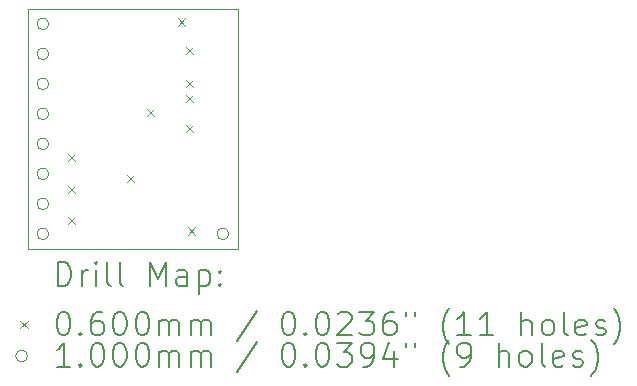
<source format=gbr>
%TF.GenerationSoftware,KiCad,Pcbnew,(6.0.8)*%
%TF.CreationDate,2022-11-06T23:41:42+01:00*%
%TF.ProjectId,17_CAN_Controller,31375f43-414e-45f4-936f-6e74726f6c6c,rev?*%
%TF.SameCoordinates,Original*%
%TF.FileFunction,Drillmap*%
%TF.FilePolarity,Positive*%
%FSLAX45Y45*%
G04 Gerber Fmt 4.5, Leading zero omitted, Abs format (unit mm)*
G04 Created by KiCad (PCBNEW (6.0.8)) date 2022-11-06 23:41:42*
%MOMM*%
%LPD*%
G01*
G04 APERTURE LIST*
%ADD10C,0.050000*%
%ADD11C,0.200000*%
%ADD12C,0.060000*%
%ADD13C,0.100000*%
G04 APERTURE END LIST*
D10*
X10287000Y-8255000D02*
X12065000Y-8255000D01*
X10287000Y-6223000D02*
X12065000Y-6223000D01*
X10287000Y-8255000D02*
X10287000Y-6223000D01*
X12065000Y-6223000D02*
X12065000Y-8255000D01*
D11*
D12*
X10624000Y-7454000D02*
X10684000Y-7514000D01*
X10684000Y-7454000D02*
X10624000Y-7514000D01*
X10624000Y-7724000D02*
X10684000Y-7784000D01*
X10684000Y-7724000D02*
X10624000Y-7784000D01*
X10624000Y-7984000D02*
X10684000Y-8044000D01*
X10684000Y-7984000D02*
X10624000Y-8044000D01*
X11129000Y-7629000D02*
X11189000Y-7689000D01*
X11189000Y-7629000D02*
X11129000Y-7689000D01*
X11294000Y-7074000D02*
X11354000Y-7134000D01*
X11354000Y-7074000D02*
X11294000Y-7134000D01*
X11554000Y-6304000D02*
X11614000Y-6364000D01*
X11614000Y-6304000D02*
X11554000Y-6364000D01*
X11624000Y-6544000D02*
X11684000Y-6604000D01*
X11684000Y-6544000D02*
X11624000Y-6604000D01*
X11624000Y-6824000D02*
X11684000Y-6884000D01*
X11684000Y-6824000D02*
X11624000Y-6884000D01*
X11624000Y-6954000D02*
X11684000Y-7014000D01*
X11684000Y-6954000D02*
X11624000Y-7014000D01*
X11624000Y-7204000D02*
X11684000Y-7264000D01*
X11684000Y-7204000D02*
X11624000Y-7264000D01*
X11644000Y-8074000D02*
X11704000Y-8134000D01*
X11704000Y-8074000D02*
X11644000Y-8134000D01*
D13*
X10464000Y-6350000D02*
G75*
G03*
X10464000Y-6350000I-50000J0D01*
G01*
X10464000Y-6604000D02*
G75*
G03*
X10464000Y-6604000I-50000J0D01*
G01*
X10464000Y-6858000D02*
G75*
G03*
X10464000Y-6858000I-50000J0D01*
G01*
X10464000Y-7112000D02*
G75*
G03*
X10464000Y-7112000I-50000J0D01*
G01*
X10464000Y-7366000D02*
G75*
G03*
X10464000Y-7366000I-50000J0D01*
G01*
X10464000Y-7620000D02*
G75*
G03*
X10464000Y-7620000I-50000J0D01*
G01*
X10464000Y-7874000D02*
G75*
G03*
X10464000Y-7874000I-50000J0D01*
G01*
X10464000Y-8128000D02*
G75*
G03*
X10464000Y-8128000I-50000J0D01*
G01*
X11988000Y-8128000D02*
G75*
G03*
X11988000Y-8128000I-50000J0D01*
G01*
D11*
X10542119Y-8567976D02*
X10542119Y-8367976D01*
X10589738Y-8367976D01*
X10618310Y-8377500D01*
X10637357Y-8396548D01*
X10646881Y-8415595D01*
X10656405Y-8453690D01*
X10656405Y-8482262D01*
X10646881Y-8520357D01*
X10637357Y-8539405D01*
X10618310Y-8558452D01*
X10589738Y-8567976D01*
X10542119Y-8567976D01*
X10742119Y-8567976D02*
X10742119Y-8434643D01*
X10742119Y-8472738D02*
X10751643Y-8453690D01*
X10761167Y-8444167D01*
X10780214Y-8434643D01*
X10799262Y-8434643D01*
X10865929Y-8567976D02*
X10865929Y-8434643D01*
X10865929Y-8367976D02*
X10856405Y-8377500D01*
X10865929Y-8387024D01*
X10875452Y-8377500D01*
X10865929Y-8367976D01*
X10865929Y-8387024D01*
X10989738Y-8567976D02*
X10970690Y-8558452D01*
X10961167Y-8539405D01*
X10961167Y-8367976D01*
X11094500Y-8567976D02*
X11075452Y-8558452D01*
X11065929Y-8539405D01*
X11065929Y-8367976D01*
X11323071Y-8567976D02*
X11323071Y-8367976D01*
X11389738Y-8510833D01*
X11456405Y-8367976D01*
X11456405Y-8567976D01*
X11637357Y-8567976D02*
X11637357Y-8463214D01*
X11627833Y-8444167D01*
X11608786Y-8434643D01*
X11570690Y-8434643D01*
X11551643Y-8444167D01*
X11637357Y-8558452D02*
X11618309Y-8567976D01*
X11570690Y-8567976D01*
X11551643Y-8558452D01*
X11542119Y-8539405D01*
X11542119Y-8520357D01*
X11551643Y-8501310D01*
X11570690Y-8491786D01*
X11618309Y-8491786D01*
X11637357Y-8482262D01*
X11732595Y-8434643D02*
X11732595Y-8634643D01*
X11732595Y-8444167D02*
X11751643Y-8434643D01*
X11789738Y-8434643D01*
X11808786Y-8444167D01*
X11818309Y-8453690D01*
X11827833Y-8472738D01*
X11827833Y-8529881D01*
X11818309Y-8548929D01*
X11808786Y-8558452D01*
X11789738Y-8567976D01*
X11751643Y-8567976D01*
X11732595Y-8558452D01*
X11913548Y-8548929D02*
X11923071Y-8558452D01*
X11913548Y-8567976D01*
X11904024Y-8558452D01*
X11913548Y-8548929D01*
X11913548Y-8567976D01*
X11913548Y-8444167D02*
X11923071Y-8453690D01*
X11913548Y-8463214D01*
X11904024Y-8453690D01*
X11913548Y-8444167D01*
X11913548Y-8463214D01*
D12*
X10224500Y-8867500D02*
X10284500Y-8927500D01*
X10284500Y-8867500D02*
X10224500Y-8927500D01*
D11*
X10580214Y-8787976D02*
X10599262Y-8787976D01*
X10618310Y-8797500D01*
X10627833Y-8807024D01*
X10637357Y-8826071D01*
X10646881Y-8864167D01*
X10646881Y-8911786D01*
X10637357Y-8949881D01*
X10627833Y-8968929D01*
X10618310Y-8978452D01*
X10599262Y-8987976D01*
X10580214Y-8987976D01*
X10561167Y-8978452D01*
X10551643Y-8968929D01*
X10542119Y-8949881D01*
X10532595Y-8911786D01*
X10532595Y-8864167D01*
X10542119Y-8826071D01*
X10551643Y-8807024D01*
X10561167Y-8797500D01*
X10580214Y-8787976D01*
X10732595Y-8968929D02*
X10742119Y-8978452D01*
X10732595Y-8987976D01*
X10723071Y-8978452D01*
X10732595Y-8968929D01*
X10732595Y-8987976D01*
X10913548Y-8787976D02*
X10875452Y-8787976D01*
X10856405Y-8797500D01*
X10846881Y-8807024D01*
X10827833Y-8835595D01*
X10818310Y-8873690D01*
X10818310Y-8949881D01*
X10827833Y-8968929D01*
X10837357Y-8978452D01*
X10856405Y-8987976D01*
X10894500Y-8987976D01*
X10913548Y-8978452D01*
X10923071Y-8968929D01*
X10932595Y-8949881D01*
X10932595Y-8902262D01*
X10923071Y-8883214D01*
X10913548Y-8873690D01*
X10894500Y-8864167D01*
X10856405Y-8864167D01*
X10837357Y-8873690D01*
X10827833Y-8883214D01*
X10818310Y-8902262D01*
X11056405Y-8787976D02*
X11075452Y-8787976D01*
X11094500Y-8797500D01*
X11104024Y-8807024D01*
X11113548Y-8826071D01*
X11123071Y-8864167D01*
X11123071Y-8911786D01*
X11113548Y-8949881D01*
X11104024Y-8968929D01*
X11094500Y-8978452D01*
X11075452Y-8987976D01*
X11056405Y-8987976D01*
X11037357Y-8978452D01*
X11027833Y-8968929D01*
X11018310Y-8949881D01*
X11008786Y-8911786D01*
X11008786Y-8864167D01*
X11018310Y-8826071D01*
X11027833Y-8807024D01*
X11037357Y-8797500D01*
X11056405Y-8787976D01*
X11246881Y-8787976D02*
X11265928Y-8787976D01*
X11284976Y-8797500D01*
X11294500Y-8807024D01*
X11304024Y-8826071D01*
X11313548Y-8864167D01*
X11313548Y-8911786D01*
X11304024Y-8949881D01*
X11294500Y-8968929D01*
X11284976Y-8978452D01*
X11265928Y-8987976D01*
X11246881Y-8987976D01*
X11227833Y-8978452D01*
X11218309Y-8968929D01*
X11208786Y-8949881D01*
X11199262Y-8911786D01*
X11199262Y-8864167D01*
X11208786Y-8826071D01*
X11218309Y-8807024D01*
X11227833Y-8797500D01*
X11246881Y-8787976D01*
X11399262Y-8987976D02*
X11399262Y-8854643D01*
X11399262Y-8873690D02*
X11408786Y-8864167D01*
X11427833Y-8854643D01*
X11456405Y-8854643D01*
X11475452Y-8864167D01*
X11484976Y-8883214D01*
X11484976Y-8987976D01*
X11484976Y-8883214D02*
X11494500Y-8864167D01*
X11513548Y-8854643D01*
X11542119Y-8854643D01*
X11561167Y-8864167D01*
X11570690Y-8883214D01*
X11570690Y-8987976D01*
X11665928Y-8987976D02*
X11665928Y-8854643D01*
X11665928Y-8873690D02*
X11675452Y-8864167D01*
X11694500Y-8854643D01*
X11723071Y-8854643D01*
X11742119Y-8864167D01*
X11751643Y-8883214D01*
X11751643Y-8987976D01*
X11751643Y-8883214D02*
X11761167Y-8864167D01*
X11780214Y-8854643D01*
X11808786Y-8854643D01*
X11827833Y-8864167D01*
X11837357Y-8883214D01*
X11837357Y-8987976D01*
X12227833Y-8778452D02*
X12056405Y-9035595D01*
X12484976Y-8787976D02*
X12504024Y-8787976D01*
X12523071Y-8797500D01*
X12532595Y-8807024D01*
X12542119Y-8826071D01*
X12551643Y-8864167D01*
X12551643Y-8911786D01*
X12542119Y-8949881D01*
X12532595Y-8968929D01*
X12523071Y-8978452D01*
X12504024Y-8987976D01*
X12484976Y-8987976D01*
X12465928Y-8978452D01*
X12456405Y-8968929D01*
X12446881Y-8949881D01*
X12437357Y-8911786D01*
X12437357Y-8864167D01*
X12446881Y-8826071D01*
X12456405Y-8807024D01*
X12465928Y-8797500D01*
X12484976Y-8787976D01*
X12637357Y-8968929D02*
X12646881Y-8978452D01*
X12637357Y-8987976D01*
X12627833Y-8978452D01*
X12637357Y-8968929D01*
X12637357Y-8987976D01*
X12770690Y-8787976D02*
X12789738Y-8787976D01*
X12808786Y-8797500D01*
X12818309Y-8807024D01*
X12827833Y-8826071D01*
X12837357Y-8864167D01*
X12837357Y-8911786D01*
X12827833Y-8949881D01*
X12818309Y-8968929D01*
X12808786Y-8978452D01*
X12789738Y-8987976D01*
X12770690Y-8987976D01*
X12751643Y-8978452D01*
X12742119Y-8968929D01*
X12732595Y-8949881D01*
X12723071Y-8911786D01*
X12723071Y-8864167D01*
X12732595Y-8826071D01*
X12742119Y-8807024D01*
X12751643Y-8797500D01*
X12770690Y-8787976D01*
X12913548Y-8807024D02*
X12923071Y-8797500D01*
X12942119Y-8787976D01*
X12989738Y-8787976D01*
X13008786Y-8797500D01*
X13018309Y-8807024D01*
X13027833Y-8826071D01*
X13027833Y-8845119D01*
X13018309Y-8873690D01*
X12904024Y-8987976D01*
X13027833Y-8987976D01*
X13094500Y-8787976D02*
X13218309Y-8787976D01*
X13151643Y-8864167D01*
X13180214Y-8864167D01*
X13199262Y-8873690D01*
X13208786Y-8883214D01*
X13218309Y-8902262D01*
X13218309Y-8949881D01*
X13208786Y-8968929D01*
X13199262Y-8978452D01*
X13180214Y-8987976D01*
X13123071Y-8987976D01*
X13104024Y-8978452D01*
X13094500Y-8968929D01*
X13389738Y-8787976D02*
X13351643Y-8787976D01*
X13332595Y-8797500D01*
X13323071Y-8807024D01*
X13304024Y-8835595D01*
X13294500Y-8873690D01*
X13294500Y-8949881D01*
X13304024Y-8968929D01*
X13313548Y-8978452D01*
X13332595Y-8987976D01*
X13370690Y-8987976D01*
X13389738Y-8978452D01*
X13399262Y-8968929D01*
X13408786Y-8949881D01*
X13408786Y-8902262D01*
X13399262Y-8883214D01*
X13389738Y-8873690D01*
X13370690Y-8864167D01*
X13332595Y-8864167D01*
X13313548Y-8873690D01*
X13304024Y-8883214D01*
X13294500Y-8902262D01*
X13484976Y-8787976D02*
X13484976Y-8826071D01*
X13561167Y-8787976D02*
X13561167Y-8826071D01*
X13856405Y-9064167D02*
X13846881Y-9054643D01*
X13827833Y-9026071D01*
X13818309Y-9007024D01*
X13808786Y-8978452D01*
X13799262Y-8930833D01*
X13799262Y-8892738D01*
X13808786Y-8845119D01*
X13818309Y-8816548D01*
X13827833Y-8797500D01*
X13846881Y-8768929D01*
X13856405Y-8759405D01*
X14037357Y-8987976D02*
X13923071Y-8987976D01*
X13980214Y-8987976D02*
X13980214Y-8787976D01*
X13961167Y-8816548D01*
X13942119Y-8835595D01*
X13923071Y-8845119D01*
X14227833Y-8987976D02*
X14113548Y-8987976D01*
X14170690Y-8987976D02*
X14170690Y-8787976D01*
X14151643Y-8816548D01*
X14132595Y-8835595D01*
X14113548Y-8845119D01*
X14465928Y-8987976D02*
X14465928Y-8787976D01*
X14551643Y-8987976D02*
X14551643Y-8883214D01*
X14542119Y-8864167D01*
X14523071Y-8854643D01*
X14494500Y-8854643D01*
X14475452Y-8864167D01*
X14465928Y-8873690D01*
X14675452Y-8987976D02*
X14656405Y-8978452D01*
X14646881Y-8968929D01*
X14637357Y-8949881D01*
X14637357Y-8892738D01*
X14646881Y-8873690D01*
X14656405Y-8864167D01*
X14675452Y-8854643D01*
X14704024Y-8854643D01*
X14723071Y-8864167D01*
X14732595Y-8873690D01*
X14742119Y-8892738D01*
X14742119Y-8949881D01*
X14732595Y-8968929D01*
X14723071Y-8978452D01*
X14704024Y-8987976D01*
X14675452Y-8987976D01*
X14856405Y-8987976D02*
X14837357Y-8978452D01*
X14827833Y-8959405D01*
X14827833Y-8787976D01*
X15008786Y-8978452D02*
X14989738Y-8987976D01*
X14951643Y-8987976D01*
X14932595Y-8978452D01*
X14923071Y-8959405D01*
X14923071Y-8883214D01*
X14932595Y-8864167D01*
X14951643Y-8854643D01*
X14989738Y-8854643D01*
X15008786Y-8864167D01*
X15018309Y-8883214D01*
X15018309Y-8902262D01*
X14923071Y-8921310D01*
X15094500Y-8978452D02*
X15113548Y-8987976D01*
X15151643Y-8987976D01*
X15170690Y-8978452D01*
X15180214Y-8959405D01*
X15180214Y-8949881D01*
X15170690Y-8930833D01*
X15151643Y-8921310D01*
X15123071Y-8921310D01*
X15104024Y-8911786D01*
X15094500Y-8892738D01*
X15094500Y-8883214D01*
X15104024Y-8864167D01*
X15123071Y-8854643D01*
X15151643Y-8854643D01*
X15170690Y-8864167D01*
X15246881Y-9064167D02*
X15256405Y-9054643D01*
X15275452Y-9026071D01*
X15284976Y-9007024D01*
X15294500Y-8978452D01*
X15304024Y-8930833D01*
X15304024Y-8892738D01*
X15294500Y-8845119D01*
X15284976Y-8816548D01*
X15275452Y-8797500D01*
X15256405Y-8768929D01*
X15246881Y-8759405D01*
D13*
X10284500Y-9161500D02*
G75*
G03*
X10284500Y-9161500I-50000J0D01*
G01*
D11*
X10646881Y-9251976D02*
X10532595Y-9251976D01*
X10589738Y-9251976D02*
X10589738Y-9051976D01*
X10570690Y-9080548D01*
X10551643Y-9099595D01*
X10532595Y-9109119D01*
X10732595Y-9232929D02*
X10742119Y-9242452D01*
X10732595Y-9251976D01*
X10723071Y-9242452D01*
X10732595Y-9232929D01*
X10732595Y-9251976D01*
X10865929Y-9051976D02*
X10884976Y-9051976D01*
X10904024Y-9061500D01*
X10913548Y-9071024D01*
X10923071Y-9090071D01*
X10932595Y-9128167D01*
X10932595Y-9175786D01*
X10923071Y-9213881D01*
X10913548Y-9232929D01*
X10904024Y-9242452D01*
X10884976Y-9251976D01*
X10865929Y-9251976D01*
X10846881Y-9242452D01*
X10837357Y-9232929D01*
X10827833Y-9213881D01*
X10818310Y-9175786D01*
X10818310Y-9128167D01*
X10827833Y-9090071D01*
X10837357Y-9071024D01*
X10846881Y-9061500D01*
X10865929Y-9051976D01*
X11056405Y-9051976D02*
X11075452Y-9051976D01*
X11094500Y-9061500D01*
X11104024Y-9071024D01*
X11113548Y-9090071D01*
X11123071Y-9128167D01*
X11123071Y-9175786D01*
X11113548Y-9213881D01*
X11104024Y-9232929D01*
X11094500Y-9242452D01*
X11075452Y-9251976D01*
X11056405Y-9251976D01*
X11037357Y-9242452D01*
X11027833Y-9232929D01*
X11018310Y-9213881D01*
X11008786Y-9175786D01*
X11008786Y-9128167D01*
X11018310Y-9090071D01*
X11027833Y-9071024D01*
X11037357Y-9061500D01*
X11056405Y-9051976D01*
X11246881Y-9051976D02*
X11265928Y-9051976D01*
X11284976Y-9061500D01*
X11294500Y-9071024D01*
X11304024Y-9090071D01*
X11313548Y-9128167D01*
X11313548Y-9175786D01*
X11304024Y-9213881D01*
X11294500Y-9232929D01*
X11284976Y-9242452D01*
X11265928Y-9251976D01*
X11246881Y-9251976D01*
X11227833Y-9242452D01*
X11218309Y-9232929D01*
X11208786Y-9213881D01*
X11199262Y-9175786D01*
X11199262Y-9128167D01*
X11208786Y-9090071D01*
X11218309Y-9071024D01*
X11227833Y-9061500D01*
X11246881Y-9051976D01*
X11399262Y-9251976D02*
X11399262Y-9118643D01*
X11399262Y-9137690D02*
X11408786Y-9128167D01*
X11427833Y-9118643D01*
X11456405Y-9118643D01*
X11475452Y-9128167D01*
X11484976Y-9147214D01*
X11484976Y-9251976D01*
X11484976Y-9147214D02*
X11494500Y-9128167D01*
X11513548Y-9118643D01*
X11542119Y-9118643D01*
X11561167Y-9128167D01*
X11570690Y-9147214D01*
X11570690Y-9251976D01*
X11665928Y-9251976D02*
X11665928Y-9118643D01*
X11665928Y-9137690D02*
X11675452Y-9128167D01*
X11694500Y-9118643D01*
X11723071Y-9118643D01*
X11742119Y-9128167D01*
X11751643Y-9147214D01*
X11751643Y-9251976D01*
X11751643Y-9147214D02*
X11761167Y-9128167D01*
X11780214Y-9118643D01*
X11808786Y-9118643D01*
X11827833Y-9128167D01*
X11837357Y-9147214D01*
X11837357Y-9251976D01*
X12227833Y-9042452D02*
X12056405Y-9299595D01*
X12484976Y-9051976D02*
X12504024Y-9051976D01*
X12523071Y-9061500D01*
X12532595Y-9071024D01*
X12542119Y-9090071D01*
X12551643Y-9128167D01*
X12551643Y-9175786D01*
X12542119Y-9213881D01*
X12532595Y-9232929D01*
X12523071Y-9242452D01*
X12504024Y-9251976D01*
X12484976Y-9251976D01*
X12465928Y-9242452D01*
X12456405Y-9232929D01*
X12446881Y-9213881D01*
X12437357Y-9175786D01*
X12437357Y-9128167D01*
X12446881Y-9090071D01*
X12456405Y-9071024D01*
X12465928Y-9061500D01*
X12484976Y-9051976D01*
X12637357Y-9232929D02*
X12646881Y-9242452D01*
X12637357Y-9251976D01*
X12627833Y-9242452D01*
X12637357Y-9232929D01*
X12637357Y-9251976D01*
X12770690Y-9051976D02*
X12789738Y-9051976D01*
X12808786Y-9061500D01*
X12818309Y-9071024D01*
X12827833Y-9090071D01*
X12837357Y-9128167D01*
X12837357Y-9175786D01*
X12827833Y-9213881D01*
X12818309Y-9232929D01*
X12808786Y-9242452D01*
X12789738Y-9251976D01*
X12770690Y-9251976D01*
X12751643Y-9242452D01*
X12742119Y-9232929D01*
X12732595Y-9213881D01*
X12723071Y-9175786D01*
X12723071Y-9128167D01*
X12732595Y-9090071D01*
X12742119Y-9071024D01*
X12751643Y-9061500D01*
X12770690Y-9051976D01*
X12904024Y-9051976D02*
X13027833Y-9051976D01*
X12961167Y-9128167D01*
X12989738Y-9128167D01*
X13008786Y-9137690D01*
X13018309Y-9147214D01*
X13027833Y-9166262D01*
X13027833Y-9213881D01*
X13018309Y-9232929D01*
X13008786Y-9242452D01*
X12989738Y-9251976D01*
X12932595Y-9251976D01*
X12913548Y-9242452D01*
X12904024Y-9232929D01*
X13123071Y-9251976D02*
X13161167Y-9251976D01*
X13180214Y-9242452D01*
X13189738Y-9232929D01*
X13208786Y-9204357D01*
X13218309Y-9166262D01*
X13218309Y-9090071D01*
X13208786Y-9071024D01*
X13199262Y-9061500D01*
X13180214Y-9051976D01*
X13142119Y-9051976D01*
X13123071Y-9061500D01*
X13113548Y-9071024D01*
X13104024Y-9090071D01*
X13104024Y-9137690D01*
X13113548Y-9156738D01*
X13123071Y-9166262D01*
X13142119Y-9175786D01*
X13180214Y-9175786D01*
X13199262Y-9166262D01*
X13208786Y-9156738D01*
X13218309Y-9137690D01*
X13389738Y-9118643D02*
X13389738Y-9251976D01*
X13342119Y-9042452D02*
X13294500Y-9185310D01*
X13418309Y-9185310D01*
X13484976Y-9051976D02*
X13484976Y-9090071D01*
X13561167Y-9051976D02*
X13561167Y-9090071D01*
X13856405Y-9328167D02*
X13846881Y-9318643D01*
X13827833Y-9290071D01*
X13818309Y-9271024D01*
X13808786Y-9242452D01*
X13799262Y-9194833D01*
X13799262Y-9156738D01*
X13808786Y-9109119D01*
X13818309Y-9080548D01*
X13827833Y-9061500D01*
X13846881Y-9032929D01*
X13856405Y-9023405D01*
X13942119Y-9251976D02*
X13980214Y-9251976D01*
X13999262Y-9242452D01*
X14008786Y-9232929D01*
X14027833Y-9204357D01*
X14037357Y-9166262D01*
X14037357Y-9090071D01*
X14027833Y-9071024D01*
X14018309Y-9061500D01*
X13999262Y-9051976D01*
X13961167Y-9051976D01*
X13942119Y-9061500D01*
X13932595Y-9071024D01*
X13923071Y-9090071D01*
X13923071Y-9137690D01*
X13932595Y-9156738D01*
X13942119Y-9166262D01*
X13961167Y-9175786D01*
X13999262Y-9175786D01*
X14018309Y-9166262D01*
X14027833Y-9156738D01*
X14037357Y-9137690D01*
X14275452Y-9251976D02*
X14275452Y-9051976D01*
X14361167Y-9251976D02*
X14361167Y-9147214D01*
X14351643Y-9128167D01*
X14332595Y-9118643D01*
X14304024Y-9118643D01*
X14284976Y-9128167D01*
X14275452Y-9137690D01*
X14484976Y-9251976D02*
X14465928Y-9242452D01*
X14456405Y-9232929D01*
X14446881Y-9213881D01*
X14446881Y-9156738D01*
X14456405Y-9137690D01*
X14465928Y-9128167D01*
X14484976Y-9118643D01*
X14513548Y-9118643D01*
X14532595Y-9128167D01*
X14542119Y-9137690D01*
X14551643Y-9156738D01*
X14551643Y-9213881D01*
X14542119Y-9232929D01*
X14532595Y-9242452D01*
X14513548Y-9251976D01*
X14484976Y-9251976D01*
X14665928Y-9251976D02*
X14646881Y-9242452D01*
X14637357Y-9223405D01*
X14637357Y-9051976D01*
X14818309Y-9242452D02*
X14799262Y-9251976D01*
X14761167Y-9251976D01*
X14742119Y-9242452D01*
X14732595Y-9223405D01*
X14732595Y-9147214D01*
X14742119Y-9128167D01*
X14761167Y-9118643D01*
X14799262Y-9118643D01*
X14818309Y-9128167D01*
X14827833Y-9147214D01*
X14827833Y-9166262D01*
X14732595Y-9185310D01*
X14904024Y-9242452D02*
X14923071Y-9251976D01*
X14961167Y-9251976D01*
X14980214Y-9242452D01*
X14989738Y-9223405D01*
X14989738Y-9213881D01*
X14980214Y-9194833D01*
X14961167Y-9185310D01*
X14932595Y-9185310D01*
X14913548Y-9175786D01*
X14904024Y-9156738D01*
X14904024Y-9147214D01*
X14913548Y-9128167D01*
X14932595Y-9118643D01*
X14961167Y-9118643D01*
X14980214Y-9128167D01*
X15056405Y-9328167D02*
X15065928Y-9318643D01*
X15084976Y-9290071D01*
X15094500Y-9271024D01*
X15104024Y-9242452D01*
X15113548Y-9194833D01*
X15113548Y-9156738D01*
X15104024Y-9109119D01*
X15094500Y-9080548D01*
X15084976Y-9061500D01*
X15065928Y-9032929D01*
X15056405Y-9023405D01*
M02*

</source>
